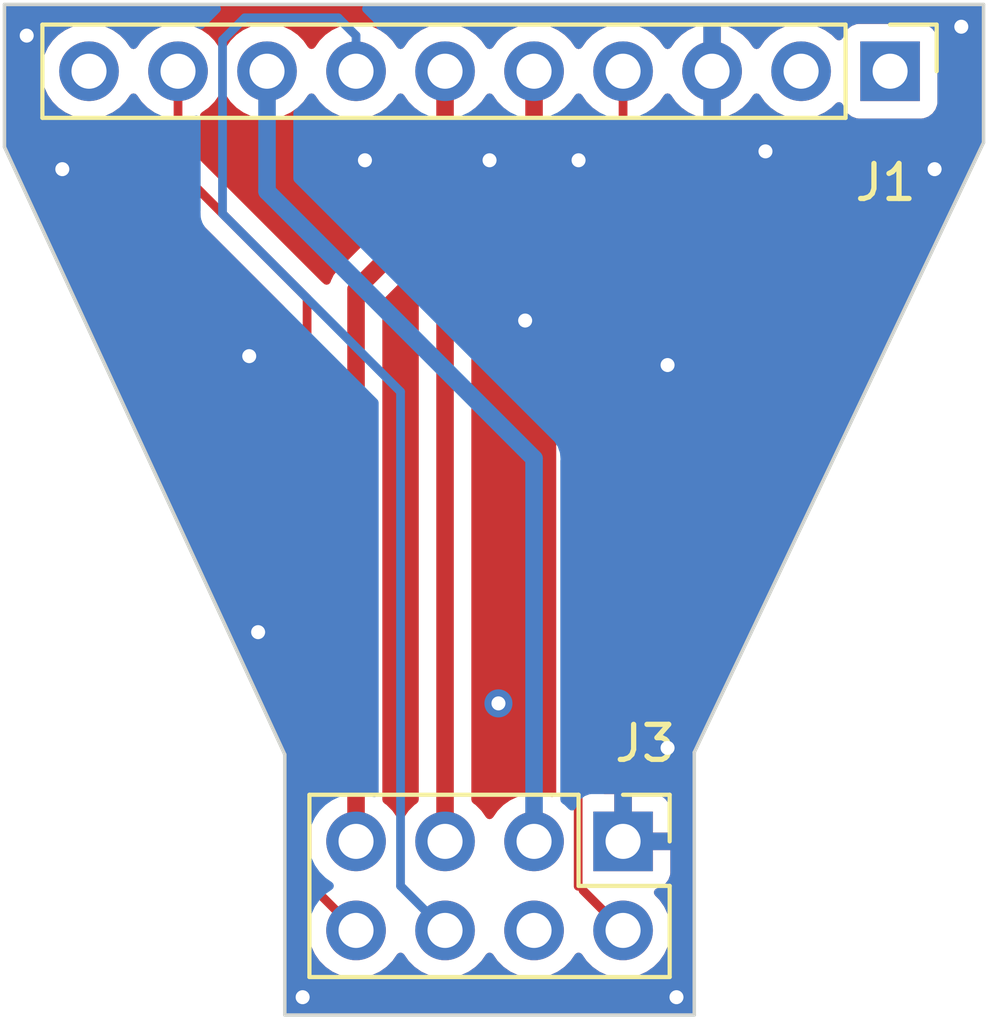
<source format=kicad_pcb>
(kicad_pcb (version 20221018) (generator pcbnew)
  (layers (0 "F.Cu" signal) (31 "B.Cu" signal) (34 "B.Paste" user) (35 "F.Paste" user) (36 "B.SilkS" user "B.Silkscreen") (37 "F.SilkS" user "F.Silkscreen") (38 "B.Mask" user) (39 "F.Mask" user) (44 "Edge.Cuts" user))
  (net 0 "")
  (net 1 "GND")
  (net 2 "CS")
  (net 3 "MOSI")
  (net 4 "SCK")
  (net 5 "+5V")
  (net 7 "MISO")
  (net 8 "RST")
  (footprint "Connector_PinHeader_2.54mm:PinHeader_1x10_P2.54mm_Vertical" (layer "F.Cu") (at 166.116 69.596 -90)
    (fp_text reference "J1" (at 3.175 0.127 -180) (layer "F.SilkS"))
    (fp_text value "Conn_01x10" hide)
    (fp_line (start -1.33 -1.33) (end 0 -1.33) (stroke (width 0.12)) (layer "F.SilkS"))
    (fp_line (start -1.33 0) (end -1.33 -1.33) (stroke (width 0.12)) (layer "F.SilkS"))
    (fp_line (start -1.33 1.27) (end -1.33 24.19) (stroke (width 0.12)) (layer "F.SilkS"))
    (fp_line (start -1.33 1.27) (end 1.33 1.27) (stroke (width 0.12)) (layer "F.SilkS"))
    (fp_line (start -1.33 24.19) (end 1.33 24.19) (stroke (width 0.12)) (layer "F.SilkS"))
    (fp_line (start 1.33 1.27) (end 1.33 24.19) (stroke (width 0.12)) (layer "F.SilkS"))
    (pad "1" thru_hole rect (at 0 0 270) (size 1.7 1.7) (drill 1) (layers "*.Cu" "*.Mask"))
    (pad "2" thru_hole oval (at 0 2.54 270) (size 1.7 1.7) (drill 1) (layers "*.Cu" "*.Mask"))
    (pad "3" thru_hole oval (at 0 5.08 270) (size 1.7 1.7) (drill 1) (layers "*.Cu" "*.Mask") (net 1 "GND"))
    (pad "4" thru_hole oval (at 0 7.62 270) (size 1.7 1.7) (drill 1) (layers "*.Cu" "*.Mask") (net 5 "+5V"))
    (pad "5" thru_hole oval (at 0 10.16 270) (size 1.7 1.7) (drill 1) (layers "*.Cu" "*.Mask") (net 7 "MISO"))
    (pad "6" thru_hole oval (at 0 12.7 270) (size 1.7 1.7) (drill 1) (layers "*.Cu" "*.Mask") (net 4 "SCK"))
    (pad "7" thru_hole oval (at 0 15.24 270) (size 1.7 1.7) (drill 1) (layers "*.Cu" "*.Mask") (net 8 "RST"))
    (pad "8" thru_hole oval (at 0 17.78 270) (size 1.7 1.7) (drill 1) (layers "*.Cu" "*.Mask") (net 3 "MOSI"))
    (pad "9" thru_hole oval (at 0 20.32 270) (size 1.7 1.7) (drill 1) (layers "*.Cu" "*.Mask") (net 2 "CS"))
    (pad "10" thru_hole oval (at 0 22.86 270) (size 1.7 1.7) (drill 1) (layers "*.Cu" "*.Mask"))
  )
  (footprint "Connector_PinHeader_2.54mm:PinHeader_2x04_P2.54mm_Vertical" (layer "F.Cu") (at 158.496 91.567 -90)
    (fp_text reference "J3" (at -2.794 -0.635 -180) (layer "F.SilkS"))
    (fp_text value "Conn_02x04_Counter_Clockwise" hide)
    (fp_line (start -1.33 -1.33) (end 0 -1.33) (stroke (width 0.12)) (layer "F.SilkS"))
    (fp_line (start -1.33 0) (end -1.33 -1.33) (stroke (width 0.12)) (layer "F.SilkS"))
    (fp_line (start -1.33 1.27) (end -1.33 8.95) (stroke (width 0.12)) (layer "F.SilkS"))
    (fp_line (start -1.33 1.27) (end 1.27 1.27) (stroke (width 0.12)) (layer "F.SilkS"))
    (fp_line (start -1.33 8.95) (end 3.87 8.95) (stroke (width 0.12)) (layer "F.SilkS"))
    (fp_line (start 1.27 -1.33) (end 3.87 -1.33) (stroke (width 0.12)) (layer "F.SilkS"))
    (fp_line (start 1.27 1.27) (end 1.27 -1.33) (stroke (width 0.12)) (layer "F.SilkS"))
    (fp_line (start 3.87 -1.33) (end 3.87 8.95) (stroke (width 0.12)) (layer "F.SilkS"))
    (pad "1" thru_hole rect (at 0 0 270) (size 1.7 1.7) (drill 1) (layers "*.Cu" "*.Mask") (net 1 "GND"))
    (pad "2" thru_hole oval (at 2.54 0 270) (size 1.7 1.7) (drill 1) (layers "*.Cu" "*.Mask") (net 5 "+5V"))
    (pad "3" thru_hole oval (at 0 2.54 270) (size 1.7 1.7) (drill 1) (layers "*.Cu" "*.Mask") (net 3 "MOSI"))
    (pad "4" thru_hole oval (at 2.54 2.54 270) (size 1.7 1.7) (drill 1) (layers "*.Cu" "*.Mask"))
    (pad "5" thru_hole oval (at 0 5.08 270) (size 1.7 1.7) (drill 1) (layers "*.Cu" "*.Mask") (net 7 "MISO"))
    (pad "6" thru_hole oval (at 2.54 5.08 270) (size 1.7 1.7) (drill 1) (layers "*.Cu" "*.Mask") (net 8 "RST"))
    (pad "7" thru_hole oval (at 0 7.62 270) (size 1.7 1.7) (drill 1) (layers "*.Cu" "*.Mask") (net 4 "SCK"))
    (pad "8" thru_hole oval (at 2.54 7.62 270) (size 1.7 1.7) (drill 1) (layers "*.Cu" "*.Mask") (net 2 "CS"))
  )
  (gr_line (start 140.843 71.755) (end 140.843 67.691) (stroke (width 0.1)) (layer "Edge.Cuts"))
  (gr_line (start 160.528 96.52) (end 148.844 96.52) (stroke (width 0.1)) (layer "Edge.Cuts"))
  (gr_line (start 160.528 96.52) (end 160.528 89.027) (stroke (width 0.1)) (layer "Edge.Cuts"))
  (gr_line (start 148.844 96.52) (end 148.844 89.0905) (stroke (width 0.1)) (layer "Edge.Cuts"))
  (gr_line (start 160.528 89.027) (end 168.783 71.628) (stroke (width 0.1)) (layer "Edge.Cuts"))
  (gr_line (start 168.783 71.628) (end 168.783 67.691) (stroke (width 0.1)) (layer "Edge.Cuts"))
  (gr_line (start 168.783 67.691) (end 140.843 67.691) (stroke (width 0.1)) (layer "Edge.Cuts"))
  (gr_line (start 148.844 89.0905) (end 140.843 71.755) (stroke (width 0.1)) (layer "Edge.Cuts"))
  (segment (start 158.496 91.567) (end 158.496 75.819) (width 0.25) (layer "F.Cu") (net 1))
  (segment (start 161.036 73.279) (end 161.036 69.596) (width 0.25) (layer "F.Cu") (net 1))
  (segment (start 158.496 75.819) (end 161.036 73.279) (width 0.25) (layer "F.Cu") (net 1))
  (via (at 167.386 72.39) (size 0.8) (drill 0.4) (layers "F.Cu" "B.Cu") (net 1))
  (via (at 147.828 77.724) (size 0.8) (drill 0.4) (layers "F.Cu" "B.Cu") (net 1))
  (via (at 168.148 68.326) (size 0.8) (drill 0.4) (layers "F.Cu" "B.Cu") (net 1))
  (via (at 159.766 88.9) (size 0.8) (drill 0.4) (layers "F.Cu" "B.Cu") (net 1))
  (via (at 162.56 71.882) (size 0.8) (drill 0.4) (layers "F.Cu" "B.Cu") (net 1))
  (via (at 154.686 72.136) (size 0.8) (drill 0.4) (layers "F.Cu" "B.Cu") (net 1))
  (via (at 160.02 96.012) (size 0.8) (drill 0.4) (layers "F.Cu" "B.Cu") (net 1))
  (via (at 148.082 85.598) (size 0.8) (drill 0.4) (layers "F.Cu" "B.Cu") (net 1))
  (via (at 149.352 96.012) (size 0.8) (drill 0.4) (layers "F.Cu" "B.Cu") (net 1))
  (via (at 155.702 76.708) (size 0.8) (drill 0.4) (layers "F.Cu" "B.Cu") (net 1))
  (via (at 141.478 68.58) (size 0.8) (drill 0.4) (layers "F.Cu" "B.Cu") (net 1))
  (via (at 154.94 87.63) (size 0.8) (drill 0.4) (layers "F.Cu" "B.Cu") (net 1))
  (via (at 157.226 72.136) (size 0.8) (drill 0.4) (layers "F.Cu" "B.Cu") (net 1))
  (via (at 151.13 72.136) (size 0.8) (drill 0.4) (layers "F.Cu" "B.Cu") (net 1))
  (via (at 159.766 77.978) (size 0.8) (drill 0.4) (layers "F.Cu" "B.Cu") (net 1))
  (via (at 142.494 72.39) (size 0.8) (drill 0.4) (layers "F.Cu" "B.Cu") (net 1))
  (segment (start 149.479 92.71) (end 149.479 76.073) (width 0.25) (layer "F.Cu") (net 2))
  (segment (start 150.876 94.107) (end 149.479 92.71) (width 0.25) (layer "F.Cu") (net 2))
  (segment (start 149.479 76.073) (end 145.796 72.39) (width 0.25) (layer "F.Cu") (net 2))
  (segment (start 145.796 72.39) (end 145.796 69.596) (width 0.25) (layer "F.Cu") (net 2))
  (segment (start 155.956 80.645) (end 148.336 73.025) (width 0.5) (layer "B.Cu") (net 3))
  (segment (start 155.956 91.567) (end 155.956 80.645) (width 0.5) (layer "B.Cu") (net 3))
  (segment (start 148.336 73.025) (end 148.336 69.596) (width 0.5) (layer "B.Cu") (net 3))
  (segment (start 150.876 75.819) (end 153.416 73.279) (width 0.5) (layer "F.Cu") (net 4))
  (segment (start 153.416 73.279) (end 153.416 69.596) (width 0.5) (layer "F.Cu") (net 4))
  (segment (start 150.876 91.567) (end 150.876 75.819) (width 0.5) (layer "F.Cu") (net 4))
  (segment (start 157.215299 75.829701) (end 158.496 74.549) (width 0.25) (layer "F.Cu") (net 5))
  (segment (start 158.496 74.549) (end 158.496 69.596) (width 0.25) (layer "F.Cu") (net 5))
  (segment (start 157.215299 92.847701) (end 157.215299 75.829701) (width 0.25) (layer "F.Cu") (net 5))
  (segment (start 158.496 94.107) (end 157.353 92.964) (width 0.25) (layer "F.Cu") (net 5))
  (segment (start 155.956 73.279) (end 155.956 69.596) (width 0.5) (layer "F.Cu") (net 7))
  (segment (start 153.416 75.819) (end 155.956 73.279) (width 0.5) (layer "F.Cu") (net 7))
  (segment (start 153.416 91.567) (end 153.416 75.819) (width 0.5) (layer "F.Cu") (net 7))
  (segment (start 147.066 68.707) (end 147.701 68.072) (width 0.25) (layer "B.Cu") (net 8))
  (segment (start 153.416 94.107) (end 152.146 92.837) (width 0.25) (layer "B.Cu") (net 8))
  (segment (start 150.368 68.072) (end 150.876 68.58) (width 0.25) (layer "B.Cu") (net 8))
  (segment (start 150.876 68.58) (end 150.876 69.596) (width 0.25) (layer "B.Cu") (net 8))
  (segment (start 152.146 78.74) (end 147.066 73.66) (width 0.25) (layer "B.Cu") (net 8))
  (segment (start 147.066 73.66) (end 147.066 68.707) (width 0.25) (layer "B.Cu") (net 8))
  (segment (start 152.146 92.837) (end 152.146 78.74) (width 0.25) (layer "B.Cu") (net 8))
  (segment (start 147.701 68.072) (end 150.368 68.072) (width 0.25) (layer "B.Cu") (net 8))
  (zone (net 1) (net_name "GND") (layers "F&B.Cu") (connect_pads (clearance 0.5)) (min_thickness 0.25) (fill yes (thermal_gap 0.5) (thermal_bridge_width 0.5))
    (polygon (pts (xy 140.716 67.564) (xy 168.91 67.564) (xy 168.656 96.774) (xy 140.716 96.774)))
  )
)
</source>
